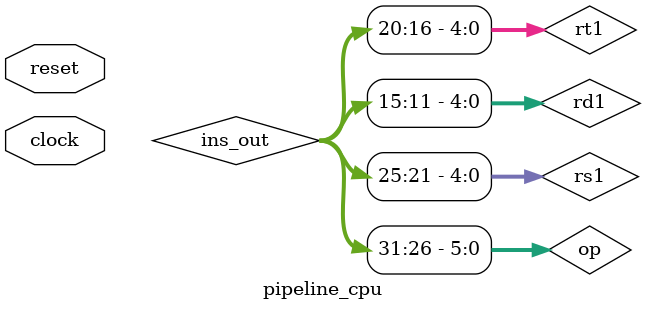
<source format=v>
module pipeline_cpu(clock, reset);

	input clock,reset;
	wire [31:0] a_IF_ID,a_ID_EXE,b_IF_ID,b_ID_EXE,b_EXE_MEM,a,b,c_ID_EXE,c_EXE_MEM,c_MEM_WB;
	wire [31:0] num_imm_a,num_imm_b,data_write_ID_EXE,data_write_EXE_MEM,data_write_MEM_WB;
	wire [31:0] beq_addr,pc, npc,pc_4,ins_in,ins_out,a_0,b_0,rs_m,rt_m,data_in_m;
	wire [4:0] rs1,rs2, rt1,rt2,rt3,rt4, rd1, num_write1,num_write2,num_write3,num_write4;
	wire [3:0] aluop_a,aluop_b;
	wire [5:0] op, funct;
	wire reg_write_IF_ID,reg_write_ID_EXE,reg_write_EXE_MEM,reg_write_MEM_WB;
	wire ext1,s_b1,s_b_0,mem_write_IF_ID,mem_write_ID_EXE,mem_write_EXE_MEM,zero0,F,FA1,FB1;
	wire s_rt1, s_rt2, s_rt3,pc_write, IF_ID_write, clear_ID_EXE,s_lw1, s_lw2, s_lw3, s_lw4;
	wire [1:0] s_num_write1,s_data_write_IF_ID,s_data_write_ID_EXE,s_data_write_EXE_MEM,s_data_write_MEM_WB,FA,FB;

	assign rs1 = ins_out[25:21];
	assign rt1 = ins_out[20:16];
	assign rd1 = ins_out[15:11];
	assign op = ins_out[31:26];
	assign funct = ins_out[5:0];
	assign npc = pc + 4;

pc PC (pc,clock,reset,npc,pc_write);
im IM(ins_in,pc);
gpr GPR (a_IF_ID,b_IF_ID,clock,reg_write_MEM_WB,num_write4,rs1,rt1,data_write_MEM_WB);
alu ALU (c_ID_EXE,a_0,b,zero0,aluop_b);
ctrl CTRL(s_rt1,s_lw1,reg_write_IF_ID,aluop_a,s_num_write1,ext1,s_b1,mem_write_IF_ID,s_data_write_IF_ID,op,funct);

dm DM (data_write_ID_EXE,clock,mem_write_EXE_MEM,c_EXE_MEM,data_in_m);
extend EXTEND(ins_out[15:0],ext1,num_imm_a);

forward FORWARD(rs2,rt2,rs1,rt1,num_write3,num_write4,rt3,rt4,FA,FB,FA1,
FB1,F,reg_write_MEM_WB,reg_write_EXE_MEM);
detect DETECT (rs1, rt1,s_rt1, num_write2,pc_write,IF_ID_write, clear_ID_EXE, s_lw2);

if_id IF_ID(clock,reset,IF_ID_write,ins_in,ins_out);

id_exe ID_EXE(clock,reset,s_b1,s_data_write_IF_ID,mem_write_IF_ID,aluop_a,rs_m,rt_m,num_imm_a,reg_write_IF_ID,num_write1,rs1,rt1,clear_ID_EXE,
s_rt1,s_lw1,s_rt2,s_lw2,s_b_0,s_data_write_ID_EXE,mem_write_ID_EXE,aluop_b,a_ID_EXE,b_ID_EXE,num_imm_b,rs2,rt2,reg_write_ID_EXE,num_write2);

exe_mem EXE_MEM(clock,reset,s_data_write_ID_EXE,mem_write_ID_EXE,c_ID_EXE,b_0,rt2,reg_write_ID_EXE,num_write2,s_rt2,s_lw2,s_rt3,s_lw3,s_data_write_EXE_MEM,
mem_write_EXE_MEM,c_EXE_MEM,b_EXE_MEM,rt3,reg_write_EXE_MEM,num_write3);	
			   			   
mem_wb MEM_WB(clock,reset,s_data_write_EXE_MEM,c_EXE_MEM,data_write_ID_EXE,rt3,reg_write_EXE_MEM,num_write3,s_lw3,s_lw4,s_data_write_MEM_WB,c_MEM_WB,
data_write_EXE_MEM,rt4,reg_write_MEM_WB,num_write4);

mux0 #(5) MUX1 (num_write1,5'b11111,rd1,rt1,s_num_write1);
mux #(32) MUX2 (rs_m,a_IF_ID,data_write_MEM_WB,FA1);
mux #(32) MUX3 (rt_m,b_IF_ID,data_write_MEM_WB,FB1);
mux0 #(32) MUX4 (a_0,a_ID_EXE,data_write_MEM_WB,c_EXE_MEM,FA);
mux0 #(32) MUX5 (b_0,b_ID_EXE,data_write_MEM_WB,c_EXE_MEM,FB);
mux #(32) MUX6 (b,num_imm_b,b_0,s_b_0);
mux #(32) MUX7 (data_in_m,data_write_MEM_WB,b_EXE_MEM,F);
mux0 #(32) MUX8 (data_write_MEM_WB,pc+4,data_write_EXE_MEM,c_MEM_WB,s_data_write_MEM_WB);

endmodule

</source>
